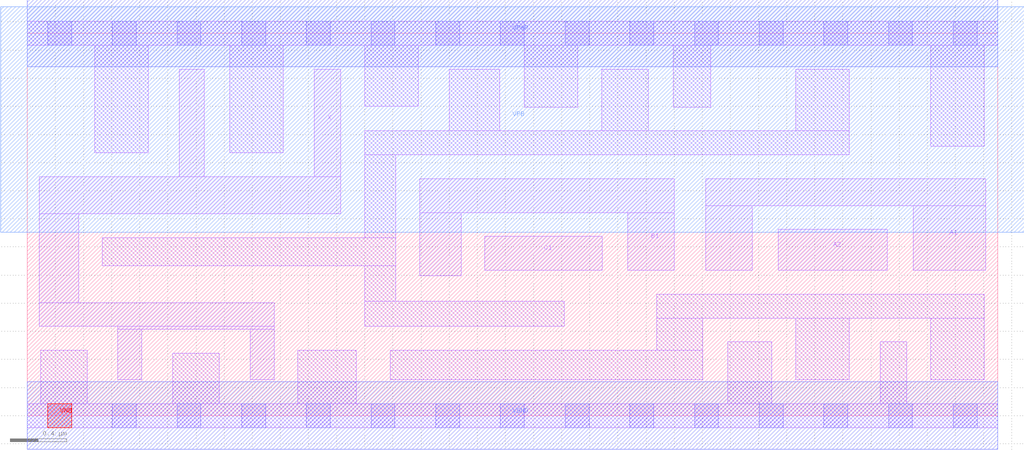
<source format=lef>
# Copyright 2020 The SkyWater PDK Authors
#
# Licensed under the Apache License, Version 2.0 (the "License");
# you may not use this file except in compliance with the License.
# You may obtain a copy of the License at
#
#     https://www.apache.org/licenses/LICENSE-2.0
#
# Unless required by applicable law or agreed to in writing, software
# distributed under the License is distributed on an "AS IS" BASIS,
# WITHOUT WARRANTIES OR CONDITIONS OF ANY KIND, either express or implied.
# See the License for the specific language governing permissions and
# limitations under the License.
#
# SPDX-License-Identifier: Apache-2.0

VERSION 5.7 ;
  NOWIREEXTENSIONATPIN ON ;
  DIVIDERCHAR "/" ;
  BUSBITCHARS "[]" ;
PROPERTYDEFINITIONS
  MACRO maskLayoutSubType STRING ;
  MACRO prCellType STRING ;
  MACRO originalViewName STRING ;
END PROPERTYDEFINITIONS
MACRO sky130_fd_sc_hdll__o211a_4
  CLASS CORE ;
  FOREIGN sky130_fd_sc_hdll__o211a_4 ;
  ORIGIN  0.000000  0.000000 ;
  SIZE  6.900000 BY  2.720000 ;
  SYMMETRY X Y R90 ;
  SITE unithd ;
  PIN A1
    ANTENNAGATEAREA  0.555000 ;
    DIRECTION INPUT ;
    USE SIGNAL ;
    PORT
      LAYER li1 ;
        RECT 4.825000 1.035000 5.155000 1.495000 ;
        RECT 4.825000 1.495000 6.815000 1.685000 ;
        RECT 6.300000 1.035000 6.815000 1.495000 ;
    END
  END A1
  PIN A2
    ANTENNAGATEAREA  0.555000 ;
    DIRECTION INPUT ;
    USE SIGNAL ;
    PORT
      LAYER li1 ;
        RECT 5.340000 1.035000 6.115000 1.325000 ;
    END
  END A2
  PIN B1
    ANTENNAGATEAREA  0.555000 ;
    DIRECTION INPUT ;
    USE SIGNAL ;
    PORT
      LAYER li1 ;
        RECT 2.790000 0.995000 3.085000 1.445000 ;
        RECT 2.790000 1.445000 4.600000 1.685000 ;
        RECT 4.270000 1.035000 4.600000 1.445000 ;
    END
  END B1
  PIN C1
    ANTENNAGATEAREA  0.555000 ;
    DIRECTION INPUT ;
    USE SIGNAL ;
    PORT
      LAYER li1 ;
        RECT 3.255000 1.035000 4.090000 1.275000 ;
    END
  END C1
  PIN VGND
    ANTENNADIFFAREA  1.069250 ;
    DIRECTION INOUT ;
    USE SIGNAL ;
    PORT
      LAYER met1 ;
        RECT 0.000000 -0.240000 6.900000 0.240000 ;
    END
  END VGND
  PIN VPWR
    ANTENNADIFFAREA  1.795000 ;
    DIRECTION INOUT ;
    USE SIGNAL ;
    PORT
      LAYER met1 ;
        RECT 0.000000 2.480000 6.900000 2.960000 ;
    END
  END VPWR
  PIN X
    ANTENNADIFFAREA  1.016000 ;
    DIRECTION OUTPUT ;
    USE SIGNAL ;
    PORT
      LAYER li1 ;
        RECT 0.085000 0.635000 1.755000 0.805000 ;
        RECT 0.085000 0.805000 0.365000 1.435000 ;
        RECT 0.085000 1.435000 2.230000 1.700000 ;
        RECT 0.645000 0.255000 0.815000 0.615000 ;
        RECT 0.645000 0.615000 1.755000 0.635000 ;
        RECT 1.080000 1.700000 1.260000 2.465000 ;
        RECT 1.585000 0.255000 1.755000 0.615000 ;
        RECT 2.040000 1.700000 2.230000 2.465000 ;
    END
  END X
  PIN VNB
    DIRECTION INOUT ;
    USE GROUND ;
    PORT
      LAYER pwell ;
        RECT 0.145000 -0.085000 0.315000 0.085000 ;
    END
  END VNB
  PIN VPB
    DIRECTION INOUT ;
    USE POWER ;
    PORT
      LAYER nwell ;
        RECT -0.190000 1.305000 7.090000 2.910000 ;
    END
  END VPB
  OBS
    LAYER li1 ;
      RECT 0.000000 -0.085000 6.900000 0.085000 ;
      RECT 0.000000  2.635000 6.900000 2.805000 ;
      RECT 0.095000  0.085000 0.425000 0.465000 ;
      RECT 0.480000  1.870000 0.860000 2.635000 ;
      RECT 0.535000  1.065000 2.620000 1.265000 ;
      RECT 1.035000  0.085000 1.365000 0.445000 ;
      RECT 1.440000  1.870000 1.820000 2.635000 ;
      RECT 1.925000  0.085000 2.340000 0.465000 ;
      RECT 2.400000  0.635000 3.820000 0.815000 ;
      RECT 2.400000  0.815000 2.620000 1.065000 ;
      RECT 2.400000  1.265000 2.620000 1.855000 ;
      RECT 2.400000  1.855000 5.845000 2.025000 ;
      RECT 2.400000  2.200000 2.780000 2.635000 ;
      RECT 2.580000  0.255000 4.805000 0.465000 ;
      RECT 3.000000  2.025000 3.360000 2.465000 ;
      RECT 3.535000  2.195000 3.915000 2.635000 ;
      RECT 4.085000  2.025000 4.415000 2.465000 ;
      RECT 4.475000  0.465000 4.805000 0.695000 ;
      RECT 4.475000  0.695000 6.805000 0.865000 ;
      RECT 4.595000  2.195000 4.860000 2.635000 ;
      RECT 4.980000  0.085000 5.295000 0.525000 ;
      RECT 5.465000  0.255000 5.845000 0.695000 ;
      RECT 5.465000  2.025000 5.845000 2.465000 ;
      RECT 6.065000  0.085000 6.255000 0.525000 ;
      RECT 6.425000  0.255000 6.805000 0.695000 ;
      RECT 6.425000  1.915000 6.805000 2.635000 ;
    LAYER mcon ;
      RECT 0.145000 -0.085000 0.315000 0.085000 ;
      RECT 0.145000  2.635000 0.315000 2.805000 ;
      RECT 0.605000 -0.085000 0.775000 0.085000 ;
      RECT 0.605000  2.635000 0.775000 2.805000 ;
      RECT 1.065000 -0.085000 1.235000 0.085000 ;
      RECT 1.065000  2.635000 1.235000 2.805000 ;
      RECT 1.525000 -0.085000 1.695000 0.085000 ;
      RECT 1.525000  2.635000 1.695000 2.805000 ;
      RECT 1.985000 -0.085000 2.155000 0.085000 ;
      RECT 1.985000  2.635000 2.155000 2.805000 ;
      RECT 2.445000 -0.085000 2.615000 0.085000 ;
      RECT 2.445000  2.635000 2.615000 2.805000 ;
      RECT 2.905000 -0.085000 3.075000 0.085000 ;
      RECT 2.905000  2.635000 3.075000 2.805000 ;
      RECT 3.365000 -0.085000 3.535000 0.085000 ;
      RECT 3.365000  2.635000 3.535000 2.805000 ;
      RECT 3.825000 -0.085000 3.995000 0.085000 ;
      RECT 3.825000  2.635000 3.995000 2.805000 ;
      RECT 4.285000 -0.085000 4.455000 0.085000 ;
      RECT 4.285000  2.635000 4.455000 2.805000 ;
      RECT 4.745000 -0.085000 4.915000 0.085000 ;
      RECT 4.745000  2.635000 4.915000 2.805000 ;
      RECT 5.205000 -0.085000 5.375000 0.085000 ;
      RECT 5.205000  2.635000 5.375000 2.805000 ;
      RECT 5.665000 -0.085000 5.835000 0.085000 ;
      RECT 5.665000  2.635000 5.835000 2.805000 ;
      RECT 6.125000 -0.085000 6.295000 0.085000 ;
      RECT 6.125000  2.635000 6.295000 2.805000 ;
      RECT 6.585000 -0.085000 6.755000 0.085000 ;
      RECT 6.585000  2.635000 6.755000 2.805000 ;
  END
  PROPERTY maskLayoutSubType "abstract" ;
  PROPERTY prCellType "standard" ;
  PROPERTY originalViewName "layout" ;
END sky130_fd_sc_hdll__o211a_4
END LIBRARY

</source>
